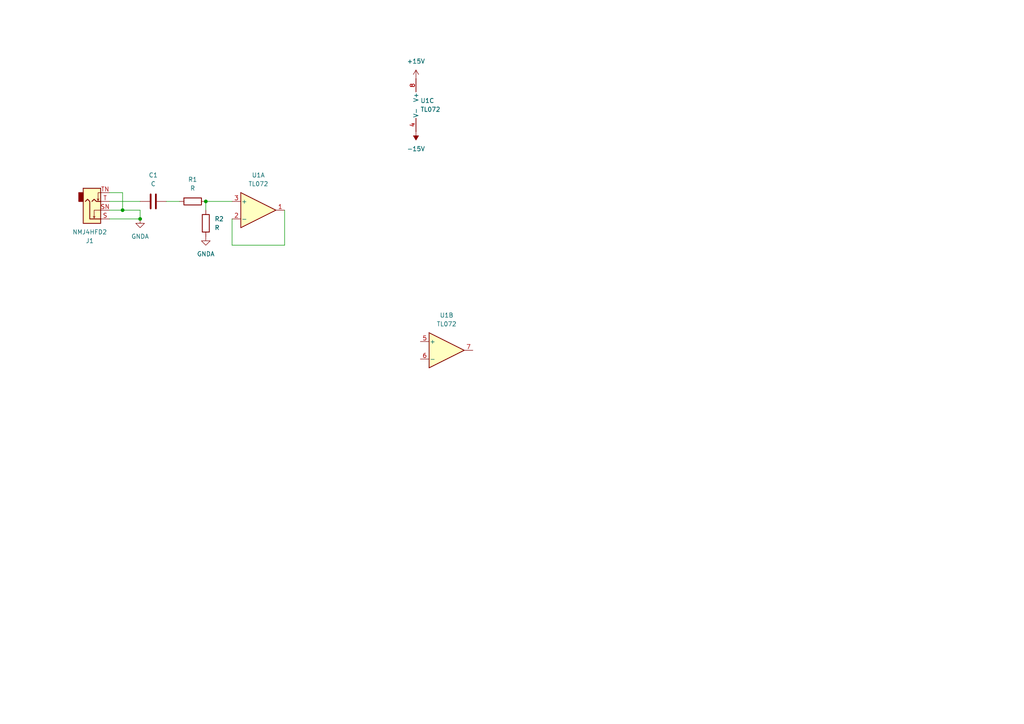
<source format=kicad_sch>
(kicad_sch (version 20231120) (generator "eeschema") (generator_version "8.0")
  (paper "A4")
  (lib_symbols
    (symbol "Amplifier_Operational:TL072" (pin_names (offset 0.127))
      (property "Reference" "U" (at 0 5.08 0))
      (property "Value" "TL072" (at 0 -5.08 0))
      (symbol "TL072_1_1"
        (polyline (pts (xy -5.08 5.08) (xy 5.08 0) (xy -5.08 -5.08) (xy -5.08 5.08)) (stroke (width 0.254)) (fill (type background)))
        (pin output line (at 7.62 0 180) (length 2.54) (name "~") (number "1"))
        (pin input line (at -7.62 -2.54 0) (length 2.54) (name "-") (number "2"))
        (pin input line (at -7.62 2.54 0) (length 2.54) (name "+") (number "3"))
      )
      (symbol "TL072_2_1"
        (polyline (pts (xy -5.08 5.08) (xy 5.08 0) (xy -5.08 -5.08) (xy -5.08 5.08)) (stroke (width 0.254)) (fill (type background)))
        (pin input line (at -7.62 2.54 0) (length 2.54) (name "+") (number "5"))
        (pin input line (at -7.62 -2.54 0) (length 2.54) (name "-") (number "6"))
        (pin output line (at 7.62 0 180) (length 2.54) (name "~") (number "7"))
      )
      (symbol "TL072_3_1"
        (pin power_in line (at -2.54 -7.62 90) (length 3.81) (name "V-") (number "4"))
        (pin power_in line (at -2.54 7.62 270) (length 3.81) (name "V+") (number "8"))
      )
    )
    (symbol "Connector_Audio:NMJ4HFD2"
      (property "Reference" "J" (at 0 11.43 0))
      (property "Value" "NMJ4HFD2" (at 0 8.89 0))
      (symbol "NMJ4HFD2_0_1"
        (rectangle (start -2.54 0) (end -3.81 -2.54) (stroke (width 0.254)) (fill (type outline)))
        (rectangle (start 2.54 6.35) (end -2.54 -3.81) (stroke (width 0.254)) (fill (type background)))
      )
      (symbol "NMJ4HFD2_1_1"
        (polyline (pts (xy 0.635 4.826) (xy 0.889 4.318)))
        (polyline (pts (xy 1.778 -0.254) (xy 2.032 -0.762)))
        (polyline (pts (xy 0 0) (xy 0.635 -0.635) (xy 1.27 0) (xy 2.54 0)) (stroke (width 0.254)))
        (polyline (pts (xy 2.54 -2.54) (xy 1.778 -2.54) (xy 1.778 -0.254) (xy 1.524 -0.762)))
        (polyline (pts (xy 2.54 2.54) (xy 0.635 2.54) (xy 0.635 4.826) (xy 0.381 4.318)))
        (polyline (pts (xy 2.54 5.08) (xy -0.635 5.08) (xy -0.635 0) (xy -1.27 -0.635) (xy -1.905 0)) (stroke (width 0.254)))
        (pin passive line (at 5.08 5.08 180) (length 2.54) (name "~") (number "S"))
        (pin passive line (at 5.08 2.54 180) (length 2.54) (name "~") (number "SN"))
        (pin passive line (at 5.08 0 180) (length 2.54) (name "~") (number "T"))
        (pin passive line (at 5.08 -2.54 180) (length 2.54) (name "~") (number "TN"))
      )
    )
    (symbol "Device:C" (pin_numbers hide) (pin_names (offset 0.254))
      (property "Reference" "C" (at 0.635 2.54 0))
      (property "Value" "C" (at 0.635 -2.54 0))
      (symbol "C_0_1"
        (polyline (pts (xy -2.032 -0.762) (xy 2.032 -0.762)) (stroke (width 0.508)))
        (polyline (pts (xy -2.032 0.762) (xy 2.032 0.762)) (stroke (width 0.508)))
      )
      (symbol "C_1_1"
        (pin passive line (at 0 3.81 270) (length 2.794) (name "~") (number "1"))
        (pin passive line (at 0 -3.81 90) (length 2.794) (name "~") (number "2"))
      )
    )
    (symbol "Device:R" (pin_numbers hide) (pin_names (offset 0))
      (property "Reference" "R" (at 2.032 0 90))
      (property "Value" "R" (at 0 0 90))
      (symbol "R_0_1"
        (rectangle (start -1.016 -2.54) (end 1.016 2.54) (stroke (width 0.254)))
      )
      (symbol "R_1_1"
        (pin passive line (at 0 3.81 270) (length 1.27) (name "~") (number "1"))
        (pin passive line (at 0 -3.81 90) (length 1.27) (name "~") (number "2"))
      )
    )
    (symbol "power:+15V" (power) (pin_numbers hide) (pin_names (offset 0) hide)
      (property "Value" "+15V" (at 0 3.556 0))
      (symbol "+15V_0_1"
        (polyline (pts (xy -0.762 1.27) (xy 0 2.54)))
        (polyline (pts (xy 0 0) (xy 0 2.54)))
        (polyline (pts (xy 0 2.54) (xy 0.762 1.27)))
      )
      (symbol "+15V_1_1"
        (pin power_in line (at 0 0 90) (length 0) (name "~") (number "1"))
      )
    )
    (symbol "power:-15V" (power) (pin_numbers hide) (pin_names (offset 0) hide)
      (property "Value" "-15V" (at 0 3.556 0))
      (symbol "-15V_0_0"
        (pin power_in line (at 0 0 90) (length 0) (name "~") (number "1"))
      )
      (symbol "-15V_0_1"
        (polyline (pts (xy 0 0) (xy 0 1.27) (xy 0.762 1.27) (xy 0 2.54) (xy -0.762 1.27) (xy 0 1.27)) (fill (type outline)))
      )
    )
    (symbol "power:GNDA" (power) (pin_numbers hide) (pin_names (offset 0) hide)
      (property "Value" "GNDA" (at 0 -3.81 0))
      (symbol "GNDA_0_1"
        (polyline (pts (xy 0 0) (xy 0 -1.27) (xy 1.27 -1.27) (xy 0 -2.54) (xy -1.27 -1.27) (xy 0 -1.27)))
      )
      (symbol "GNDA_1_1"
        (pin power_in line (at 0 0 270) (length 0) (name "~") (number "1"))
      )
    )
  )
  (junction (at 59.69 58.42))
  (junction (at 40.64 63.5))
  (junction (at 35.56 60.96))
  (wire (pts (xy 48.26 58.42) (xy 52.07 58.42)))
  (wire (pts (xy 40.64 60.96) (xy 40.64 63.5)))
  (wire (pts (xy 82.55 60.96) (xy 82.55 71.12)))
  (wire (pts (xy 59.69 58.42) (xy 67.31 58.42)))
  (wire (pts (xy 31.75 55.88) (xy 35.56 55.88)))
  (wire (pts (xy 31.75 58.42) (xy 40.64 58.42)))
  (wire (pts (xy 67.31 63.5) (xy 67.31 71.12)))
  (wire (pts (xy 35.56 60.96) (xy 40.64 60.96)))
  (wire (pts (xy 31.75 63.5) (xy 40.64 63.5)))
  (wire (pts (xy 35.56 55.88) (xy 35.56 60.96)))
  (wire (pts (xy 31.75 60.96) (xy 35.56 60.96)))
  (wire (pts (xy 59.69 58.42) (xy 59.69 60.96)))
  (wire (pts (xy 67.31 71.12) (xy 82.55 71.12)))
  (symbol (lib_id "Device:C") (at 44.45 58.42 90) (unit 1)
    (property "Reference" "C1" (at 44.45 50.8 90))
    (property "Value" "C" (at 44.45 53.34 90))
    (property "Description" "Unpolarized capacitor" (effects (hide yes)))
  )
  (symbol (lib_id "Device:R") (at 59.69 64.77 180) (unit 1)
    (property "Reference" "R2" (at 62.23 63.4999 0) (effects (justify right)))
    (property "Value" "R" (at 62.23 66.0399 0) (effects (justify right)))
    (property "Description" "Resistor" (effects (hide yes)))
  )
  (symbol (lib_id "power:GNDA") (at 40.64 63.5 0) (unit 1)
    (property "Reference" "#PWR01" (effects (hide yes)))
    (property "Value" "GNDA" (at 40.64 68.58 0))
    (property "Description" "Power symbol creates a global label with name \"GNDA\" , analog ground" (effects (hide yes)))
  )
  (symbol (lib_id "power:GNDA") (at 59.69 68.58 0) (unit 1)
    (property "Reference" "#PWR02" (effects (hide yes)))
    (property "Value" "GNDA" (at 59.69 73.66 0))
    (property "Description" "Power symbol creates a global label with name \"GNDA\" , analog ground" (effects (hide yes)))
  )
  (symbol (lib_id "Amplifier_Operational:TL072") (at 129.54 101.6 0) (unit 2)
    (property "Reference" "U1" (at 129.54 91.44 0))
    (property "Value" "TL072" (at 129.54 93.98 0))
    (property "Datasheet" "http://www.ti.com/lit/ds/symlink/tl071.pdf" (effects (hide yes)))
    (property "Description" "Dual Low-Noise JFET-Input Operational Amplifiers, DIP-8/SOIC-8" (effects (hide yes)))
  )
  (symbol (lib_id "Connector_Audio:NMJ4HFD2") (at 26.67 58.42 0) (mirror x) (unit 1)
    (property "Reference" "J1" (at 26.035 69.85 0))
    (property "Value" "NMJ4HFD2" (at 26.035 67.31 0))
    (property "Footprint" "Connector_Audio:Jack_6.35mm_Neutrik_NMJ4HFD2_Horizontal" (effects (hide yes)))
    (property "Datasheet" "https://www.neutrik.com/en/product/nmj4hfd2" (effects (hide yes)))
    (property "Description" "M Series, 6.35mm (1/4in) mono jack, switched, with full threaded nose and straight PCB pins" (effects (hide yes)))
  )
  (symbol (lib_id "power:+15V") (at 120.65 22.86 0) (unit 1)
    (property "Reference" "#PWR03" (effects (hide yes)))
    (property "Value" "+15V" (at 120.65 17.78 0))
    (property "Description" "Power symbol creates a global label with name \"+15V\"" (effects (hide yes)))
  )
  (symbol (lib_id "Amplifier_Operational:TL072") (at 74.93 60.96 0) (unit 1)
    (property "Reference" "U1" (at 74.93 50.8 0))
    (property "Value" "TL072" (at 74.93 53.34 0))
    (property "Datasheet" "http://www.ti.com/lit/ds/symlink/tl071.pdf" (effects (hide yes)))
    (property "Description" "Dual Low-Noise JFET-Input Operational Amplifiers, DIP-8/SOIC-8" (effects (hide yes)))
  )
  (symbol (lib_id "Amplifier_Operational:TL072") (at 123.19 30.48 0) (unit 3)
    (property "Reference" "U1" (at 121.92 29.2099 0) (effects (justify left)))
    (property "Value" "TL072" (at 121.92 31.7499 0) (effects (justify left)))
    (property "Datasheet" "http://www.ti.com/lit/ds/symlink/tl071.pdf" (effects (hide yes)))
    (property "Description" "Dual Low-Noise JFET-Input Operational Amplifiers, DIP-8/SOIC-8" (effects (hide yes)))
  )
  (symbol (lib_id "Device:R") (at 55.88 58.42 270) (mirror x) (unit 1)
    (property "Reference" "R1" (at 55.88 52.07 90))
    (property "Value" "R" (at 55.88 54.61 90))
    (property "Description" "Resistor" (effects (hide yes)))
  )
  (symbol (lib_id "power:-15V") (at 120.65 38.1 180) (unit 1)
    (property "Reference" "#PWR04" (effects (hide yes)))
    (property "Value" "-15V" (at 120.65 43.18 0))
    (property "Description" "Power symbol creates a global label with name \"-15V\"" (effects (hide yes)))
  )
)
</source>
